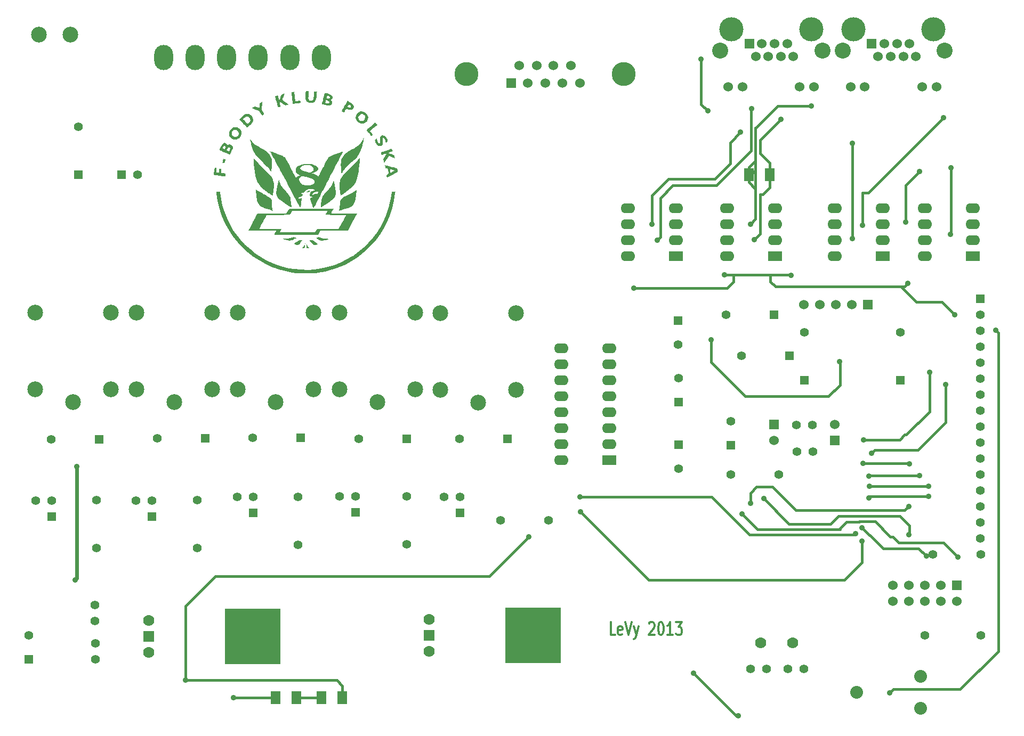
<source format=gtl>
G04 (created by PCBNEW (2013-07-07 BZR 4022)-stable) date 2013-08-19 14:48:15*
%MOIN*%
G04 Gerber Fmt 3.4, Leading zero omitted, Abs format*
%FSLAX34Y34*%
G01*
G70*
G90*
G04 APERTURE LIST*
%ADD10C,0.00393701*%
%ADD11C,0.012*%
%ADD12C,0.0001*%
%ADD13R,0.055X0.055*%
%ADD14C,0.055*%
%ADD15O,0.1181X0.1575*%
%ADD16C,0.15*%
%ADD17R,0.06X0.06*%
%ADD18C,0.06*%
%ADD19R,0.09X0.062*%
%ADD20O,0.09X0.062*%
%ADD21C,0.07*%
%ADD22R,0.35X0.35*%
%ADD23R,0.07X0.07*%
%ADD24C,0.0984*%
%ADD25C,0.1516*%
%ADD26C,0.1*%
%ADD27C,0.08*%
%ADD28R,0.06X0.08*%
%ADD29C,0.035*%
%ADD30C,0.0236*%
%ADD31C,0.0157*%
G04 APERTURE END LIST*
G54D10*
G54D11*
X67362Y-56209D02*
X67076Y-56209D01*
X67076Y-55409D01*
X67790Y-56171D02*
X67733Y-56209D01*
X67619Y-56209D01*
X67562Y-56171D01*
X67533Y-56095D01*
X67533Y-55790D01*
X67562Y-55714D01*
X67619Y-55676D01*
X67733Y-55676D01*
X67790Y-55714D01*
X67819Y-55790D01*
X67819Y-55866D01*
X67533Y-55943D01*
X67990Y-55409D02*
X68190Y-56209D01*
X68390Y-55409D01*
X68533Y-55676D02*
X68676Y-56209D01*
X68819Y-55676D02*
X68676Y-56209D01*
X68619Y-56400D01*
X68590Y-56438D01*
X68533Y-56476D01*
X69476Y-55486D02*
X69505Y-55447D01*
X69562Y-55409D01*
X69705Y-55409D01*
X69762Y-55447D01*
X69790Y-55486D01*
X69819Y-55562D01*
X69819Y-55638D01*
X69790Y-55752D01*
X69448Y-56209D01*
X69819Y-56209D01*
X70191Y-55409D02*
X70248Y-55409D01*
X70305Y-55447D01*
X70333Y-55486D01*
X70362Y-55562D01*
X70391Y-55714D01*
X70391Y-55905D01*
X70362Y-56057D01*
X70333Y-56133D01*
X70305Y-56171D01*
X70248Y-56209D01*
X70191Y-56209D01*
X70133Y-56171D01*
X70105Y-56133D01*
X70076Y-56057D01*
X70048Y-55905D01*
X70048Y-55714D01*
X70076Y-55562D01*
X70105Y-55486D01*
X70133Y-55447D01*
X70191Y-55409D01*
X70962Y-56209D02*
X70619Y-56209D01*
X70791Y-56209D02*
X70791Y-55409D01*
X70733Y-55524D01*
X70676Y-55600D01*
X70619Y-55638D01*
X71162Y-55409D02*
X71533Y-55409D01*
X71333Y-55714D01*
X71419Y-55714D01*
X71476Y-55752D01*
X71505Y-55790D01*
X71533Y-55866D01*
X71533Y-56057D01*
X71505Y-56133D01*
X71476Y-56171D01*
X71419Y-56209D01*
X71248Y-56209D01*
X71191Y-56171D01*
X71162Y-56133D01*
G54D12*
G36*
X53617Y-28457D02*
X53605Y-28562D01*
X53537Y-29016D01*
X53434Y-29459D01*
X53297Y-29888D01*
X53126Y-30303D01*
X52922Y-30705D01*
X52685Y-31091D01*
X52415Y-31462D01*
X52410Y-31468D01*
X52332Y-31561D01*
X52235Y-31670D01*
X52123Y-31790D01*
X52004Y-31913D01*
X51885Y-32033D01*
X51771Y-32143D01*
X51670Y-32235D01*
X51620Y-32278D01*
X51258Y-32557D01*
X50878Y-32803D01*
X50482Y-33018D01*
X50071Y-33200D01*
X49647Y-33348D01*
X49211Y-33463D01*
X48765Y-33542D01*
X48642Y-33558D01*
X48535Y-33567D01*
X48401Y-33574D01*
X48248Y-33579D01*
X48084Y-33582D01*
X47918Y-33582D01*
X47759Y-33581D01*
X47615Y-33576D01*
X47493Y-33570D01*
X47440Y-33565D01*
X47171Y-33529D01*
X46889Y-33476D01*
X46606Y-33411D01*
X46331Y-33333D01*
X46076Y-33248D01*
X45932Y-33193D01*
X45510Y-32999D01*
X45111Y-32777D01*
X44733Y-32527D01*
X44379Y-32250D01*
X44049Y-31946D01*
X43744Y-31618D01*
X43466Y-31265D01*
X43215Y-30889D01*
X42993Y-30490D01*
X42962Y-30428D01*
X42797Y-30060D01*
X42661Y-29680D01*
X42551Y-29286D01*
X42468Y-28871D01*
X42421Y-28544D01*
X42411Y-28457D01*
X42529Y-28457D01*
X42589Y-28459D01*
X42632Y-28464D01*
X42647Y-28471D01*
X42650Y-28509D01*
X42659Y-28576D01*
X42673Y-28664D01*
X42689Y-28764D01*
X42707Y-28872D01*
X42726Y-28977D01*
X42744Y-29073D01*
X42760Y-29153D01*
X42765Y-29172D01*
X42857Y-29519D01*
X42977Y-29869D01*
X43122Y-30213D01*
X43287Y-30545D01*
X43469Y-30855D01*
X43559Y-30989D01*
X43687Y-31169D01*
X43807Y-31326D01*
X43925Y-31470D01*
X44049Y-31608D01*
X44188Y-31752D01*
X44224Y-31788D01*
X44540Y-32080D01*
X44870Y-32339D01*
X45218Y-32569D01*
X45558Y-32759D01*
X45907Y-32923D01*
X46248Y-33059D01*
X46590Y-33167D01*
X46941Y-33250D01*
X47307Y-33309D01*
X47696Y-33347D01*
X47717Y-33348D01*
X48130Y-33357D01*
X48546Y-33332D01*
X48962Y-33273D01*
X49375Y-33181D01*
X49781Y-33056D01*
X50177Y-32900D01*
X50559Y-32714D01*
X50923Y-32499D01*
X50941Y-32488D01*
X51290Y-32239D01*
X51622Y-31960D01*
X51933Y-31655D01*
X52219Y-31329D01*
X52450Y-31021D01*
X52678Y-30660D01*
X52878Y-30279D01*
X53047Y-29882D01*
X53185Y-29471D01*
X53289Y-29049D01*
X53344Y-28736D01*
X53384Y-28457D01*
X53500Y-28457D01*
X53617Y-28457D01*
X53617Y-28457D01*
X53617Y-28457D01*
G37*
G36*
X47974Y-31678D02*
X47964Y-31806D01*
X47957Y-31891D01*
X47949Y-31946D01*
X47936Y-31978D01*
X47916Y-31993D01*
X47884Y-31997D01*
X47865Y-31998D01*
X47819Y-31995D01*
X47795Y-31990D01*
X47793Y-31988D01*
X47805Y-31970D01*
X47835Y-31937D01*
X47855Y-31915D01*
X47900Y-31857D01*
X47938Y-31788D01*
X47946Y-31765D01*
X47974Y-31678D01*
X47974Y-31678D01*
X47974Y-31678D01*
G37*
G36*
X48214Y-31986D02*
X48184Y-31995D01*
X48137Y-31998D01*
X48067Y-31998D01*
X48068Y-31856D01*
X48071Y-31715D01*
X48097Y-31800D01*
X48126Y-31868D01*
X48168Y-31923D01*
X48176Y-31931D01*
X48211Y-31965D01*
X48214Y-31986D01*
X48214Y-31986D01*
X48214Y-31986D01*
G37*
G36*
X47775Y-31515D02*
X47764Y-31538D01*
X47736Y-31581D01*
X47698Y-31634D01*
X47655Y-31689D01*
X47615Y-31737D01*
X47584Y-31770D01*
X47574Y-31779D01*
X47513Y-31794D01*
X47433Y-31790D01*
X47344Y-31768D01*
X47341Y-31767D01*
X47295Y-31747D01*
X47268Y-31732D01*
X47264Y-31727D01*
X47278Y-31711D01*
X47315Y-31686D01*
X47339Y-31672D01*
X47399Y-31634D01*
X47467Y-31588D01*
X47496Y-31567D01*
X47552Y-31529D01*
X47601Y-31510D01*
X47662Y-31505D01*
X47676Y-31505D01*
X47730Y-31507D01*
X47766Y-31511D01*
X47775Y-31515D01*
X47775Y-31515D01*
X47775Y-31515D01*
G37*
G36*
X48774Y-31733D02*
X48767Y-31745D01*
X48733Y-31761D01*
X48654Y-31784D01*
X48575Y-31792D01*
X48508Y-31785D01*
X48474Y-31770D01*
X48447Y-31745D01*
X48408Y-31702D01*
X48364Y-31650D01*
X48322Y-31597D01*
X48288Y-31551D01*
X48269Y-31521D01*
X48268Y-31515D01*
X48284Y-31508D01*
X48324Y-31504D01*
X48378Y-31506D01*
X48432Y-31511D01*
X48477Y-31520D01*
X48492Y-31526D01*
X48527Y-31548D01*
X48579Y-31585D01*
X48626Y-31622D01*
X48680Y-31664D01*
X48727Y-31699D01*
X48753Y-31717D01*
X48774Y-31733D01*
X48774Y-31733D01*
X48774Y-31733D01*
G37*
G36*
X47474Y-31375D02*
X47422Y-31376D01*
X47380Y-31386D01*
X47321Y-31411D01*
X47259Y-31445D01*
X47194Y-31483D01*
X47141Y-31504D01*
X47082Y-31514D01*
X47019Y-31517D01*
X46948Y-31517D01*
X46888Y-31515D01*
X46850Y-31511D01*
X46814Y-31500D01*
X46757Y-31480D01*
X46688Y-31454D01*
X46677Y-31450D01*
X46543Y-31398D01*
X46745Y-31396D01*
X46847Y-31394D01*
X46924Y-31388D01*
X46991Y-31376D01*
X47059Y-31356D01*
X47081Y-31349D01*
X47182Y-31320D01*
X47270Y-31315D01*
X47361Y-31332D01*
X47428Y-31357D01*
X47474Y-31375D01*
X47474Y-31375D01*
X47474Y-31375D01*
G37*
G36*
X49481Y-31421D02*
X49344Y-31464D01*
X49249Y-31490D01*
X49147Y-31508D01*
X49048Y-31517D01*
X48963Y-31516D01*
X48906Y-31507D01*
X48866Y-31489D01*
X48809Y-31458D01*
X48770Y-31434D01*
X48713Y-31402D01*
X48660Y-31382D01*
X48633Y-31376D01*
X48603Y-31375D01*
X48604Y-31369D01*
X48636Y-31354D01*
X48642Y-31352D01*
X48736Y-31321D01*
X48828Y-31314D01*
X48929Y-31333D01*
X48983Y-31350D01*
X49125Y-31388D01*
X49290Y-31408D01*
X49299Y-31409D01*
X49481Y-31421D01*
X49481Y-31421D01*
X49481Y-31421D01*
G37*
G36*
X51220Y-29835D02*
X50930Y-30365D01*
X50642Y-30893D01*
X50530Y-30894D01*
X50530Y-29928D01*
X50513Y-29925D01*
X50462Y-29923D01*
X50385Y-29921D01*
X50282Y-29919D01*
X50160Y-29918D01*
X50021Y-29917D01*
X49883Y-29917D01*
X49733Y-29917D01*
X49595Y-29916D01*
X49474Y-29915D01*
X49374Y-29913D01*
X49297Y-29912D01*
X49250Y-29910D01*
X49234Y-29908D01*
X49243Y-29888D01*
X49266Y-29849D01*
X49277Y-29830D01*
X49309Y-29777D01*
X49337Y-29731D01*
X49342Y-29721D01*
X49364Y-29680D01*
X48253Y-29680D01*
X47143Y-29680D01*
X47080Y-29794D01*
X47017Y-29908D01*
X46289Y-29917D01*
X45562Y-29927D01*
X45509Y-30027D01*
X45483Y-30074D01*
X45445Y-30148D01*
X45395Y-30239D01*
X45341Y-30341D01*
X45284Y-30447D01*
X45283Y-30448D01*
X45230Y-30547D01*
X45184Y-30634D01*
X45147Y-30706D01*
X45122Y-30756D01*
X45111Y-30780D01*
X45111Y-30781D01*
X45128Y-30784D01*
X45178Y-30787D01*
X45257Y-30789D01*
X45360Y-30790D01*
X45483Y-30792D01*
X45624Y-30793D01*
X45777Y-30793D01*
X45795Y-30793D01*
X45949Y-30793D01*
X46091Y-30794D01*
X46216Y-30796D01*
X46322Y-30798D01*
X46404Y-30800D01*
X46457Y-30804D01*
X46479Y-30806D01*
X46479Y-30807D01*
X46470Y-30829D01*
X46447Y-30870D01*
X46434Y-30893D01*
X46407Y-30939D01*
X46391Y-30972D01*
X46388Y-30980D01*
X46406Y-30983D01*
X46457Y-30985D01*
X46538Y-30987D01*
X46647Y-30989D01*
X46779Y-30991D01*
X46932Y-30992D01*
X47102Y-30993D01*
X47287Y-30994D01*
X47484Y-30994D01*
X47490Y-30994D01*
X48593Y-30994D01*
X48651Y-30893D01*
X48708Y-30793D01*
X49388Y-30793D01*
X50067Y-30793D01*
X50229Y-30496D01*
X50310Y-30345D01*
X50376Y-30224D01*
X50428Y-30127D01*
X50467Y-30055D01*
X50496Y-30001D01*
X50514Y-29965D01*
X50525Y-29942D01*
X50530Y-29930D01*
X50530Y-29928D01*
X50530Y-30894D01*
X49789Y-30903D01*
X48936Y-30912D01*
X48862Y-31035D01*
X48788Y-31158D01*
X47414Y-31158D01*
X47194Y-31158D01*
X46985Y-31158D01*
X46789Y-31157D01*
X46610Y-31156D01*
X46451Y-31155D01*
X46313Y-31154D01*
X46201Y-31153D01*
X46116Y-31152D01*
X46062Y-31150D01*
X46041Y-31148D01*
X46049Y-31128D01*
X46069Y-31086D01*
X46096Y-31030D01*
X46124Y-30974D01*
X46144Y-30931D01*
X46151Y-30912D01*
X46133Y-30910D01*
X46082Y-30909D01*
X46002Y-30907D01*
X45897Y-30905D01*
X45768Y-30904D01*
X45621Y-30903D01*
X45459Y-30903D01*
X45285Y-30903D01*
X45283Y-30903D01*
X44416Y-30903D01*
X44510Y-30725D01*
X44549Y-30651D01*
X44583Y-30588D01*
X44607Y-30545D01*
X44617Y-30529D01*
X44630Y-30506D01*
X44657Y-30458D01*
X44693Y-30391D01*
X44735Y-30311D01*
X44745Y-30291D01*
X44796Y-30196D01*
X44848Y-30100D01*
X44895Y-30014D01*
X44932Y-29949D01*
X45003Y-29826D01*
X45903Y-29826D01*
X46804Y-29826D01*
X46891Y-29671D01*
X46978Y-29516D01*
X48364Y-29516D01*
X49748Y-29516D01*
X49689Y-29621D01*
X49654Y-29681D01*
X49623Y-29733D01*
X49606Y-29762D01*
X49586Y-29795D01*
X49582Y-29812D01*
X49599Y-29814D01*
X49649Y-29818D01*
X49729Y-29820D01*
X49834Y-29823D01*
X49961Y-29826D01*
X50107Y-29827D01*
X50267Y-29829D01*
X50401Y-29830D01*
X51220Y-29835D01*
X51220Y-29835D01*
X51220Y-29835D01*
G37*
G36*
X45943Y-29673D02*
X45927Y-29666D01*
X45889Y-29647D01*
X45859Y-29632D01*
X45806Y-29610D01*
X45731Y-29582D01*
X45642Y-29553D01*
X45576Y-29533D01*
X45426Y-29486D01*
X45308Y-29440D01*
X45215Y-29391D01*
X45141Y-29335D01*
X45083Y-29270D01*
X45045Y-29214D01*
X45011Y-29150D01*
X44984Y-29084D01*
X44963Y-29009D01*
X44945Y-28918D01*
X44930Y-28804D01*
X44918Y-28688D01*
X44909Y-28584D01*
X44899Y-28489D01*
X44891Y-28411D01*
X44884Y-28357D01*
X44882Y-28340D01*
X44873Y-28286D01*
X44914Y-28324D01*
X44999Y-28391D01*
X45112Y-28468D01*
X45246Y-28549D01*
X45396Y-28632D01*
X45430Y-28649D01*
X45546Y-28710D01*
X45634Y-28757D01*
X45700Y-28794D01*
X45748Y-28825D01*
X45783Y-28851D01*
X45810Y-28878D01*
X45834Y-28908D01*
X45842Y-28919D01*
X45864Y-28951D01*
X45880Y-28981D01*
X45889Y-29016D01*
X45893Y-29064D01*
X45895Y-29134D01*
X45896Y-29213D01*
X45898Y-29313D01*
X45904Y-29414D01*
X45913Y-29501D01*
X45921Y-29552D01*
X45933Y-29612D01*
X45941Y-29656D01*
X45943Y-29673D01*
X45943Y-29673D01*
X45943Y-29673D01*
G37*
G36*
X51196Y-28371D02*
X51192Y-28422D01*
X51183Y-28495D01*
X51172Y-28584D01*
X51158Y-28682D01*
X51143Y-28782D01*
X51127Y-28878D01*
X51112Y-28963D01*
X51100Y-29030D01*
X51089Y-29073D01*
X51088Y-29077D01*
X51026Y-29213D01*
X50949Y-29321D01*
X50851Y-29404D01*
X50780Y-29445D01*
X50735Y-29464D01*
X50663Y-29488D01*
X50575Y-29514D01*
X50479Y-29540D01*
X50465Y-29544D01*
X50368Y-29570D01*
X50277Y-29596D01*
X50201Y-29622D01*
X50150Y-29642D01*
X50146Y-29644D01*
X50100Y-29667D01*
X50080Y-29672D01*
X50078Y-29662D01*
X50082Y-29650D01*
X50103Y-29594D01*
X50118Y-29538D01*
X50128Y-29472D01*
X50137Y-29388D01*
X50143Y-29278D01*
X50144Y-29257D01*
X50150Y-29156D01*
X50155Y-29084D01*
X50162Y-29033D01*
X50173Y-28995D01*
X50188Y-28964D01*
X50210Y-28931D01*
X50212Y-28928D01*
X50244Y-28890D01*
X50286Y-28853D01*
X50343Y-28815D01*
X50420Y-28773D01*
X50521Y-28724D01*
X50651Y-28666D01*
X50664Y-28660D01*
X50791Y-28599D01*
X50921Y-28529D01*
X51038Y-28456D01*
X51119Y-28398D01*
X51161Y-28367D01*
X51189Y-28351D01*
X51195Y-28350D01*
X51196Y-28371D01*
X51196Y-28371D01*
X51196Y-28371D01*
G37*
G36*
X50339Y-25939D02*
X50335Y-25954D01*
X50316Y-25996D01*
X50286Y-26058D01*
X50247Y-26135D01*
X50232Y-26163D01*
X50133Y-26352D01*
X50043Y-26525D01*
X49957Y-26690D01*
X49871Y-26858D01*
X49778Y-27038D01*
X49682Y-27225D01*
X49623Y-27340D01*
X49570Y-27443D01*
X49523Y-27533D01*
X49487Y-27602D01*
X49463Y-27647D01*
X49453Y-27663D01*
X49442Y-27684D01*
X49416Y-27732D01*
X49378Y-27805D01*
X49330Y-27899D01*
X49273Y-28008D01*
X49211Y-28130D01*
X49179Y-28193D01*
X49109Y-28330D01*
X49038Y-28468D01*
X48970Y-28598D01*
X48909Y-28717D01*
X48857Y-28817D01*
X48849Y-28833D01*
X48849Y-28377D01*
X48843Y-28372D01*
X48820Y-28392D01*
X48793Y-28416D01*
X48741Y-28457D01*
X48689Y-28474D01*
X48662Y-28476D01*
X48597Y-28484D01*
X48535Y-28503D01*
X48533Y-28504D01*
X48495Y-28526D01*
X48465Y-28559D01*
X48434Y-28611D01*
X48417Y-28644D01*
X48422Y-28657D01*
X48449Y-28654D01*
X48488Y-28639D01*
X48527Y-28625D01*
X48585Y-28611D01*
X48627Y-28603D01*
X48707Y-28584D01*
X48763Y-28555D01*
X48801Y-28506D01*
X48833Y-28432D01*
X48842Y-28402D01*
X48849Y-28377D01*
X48849Y-28833D01*
X48818Y-28892D01*
X48812Y-28904D01*
X48758Y-29007D01*
X48699Y-29121D01*
X48642Y-29231D01*
X48610Y-29292D01*
X48572Y-29366D01*
X48539Y-29426D01*
X48515Y-29466D01*
X48505Y-29479D01*
X48490Y-29465D01*
X48465Y-29431D01*
X48456Y-29418D01*
X48435Y-29376D01*
X48407Y-29309D01*
X48376Y-29226D01*
X48349Y-29145D01*
X48316Y-29036D01*
X48297Y-28957D01*
X48292Y-28901D01*
X48303Y-28864D01*
X48328Y-28842D01*
X48368Y-28830D01*
X48410Y-28819D01*
X48431Y-28806D01*
X48432Y-28804D01*
X48416Y-28785D01*
X48378Y-28771D01*
X48342Y-28768D01*
X48299Y-28752D01*
X48265Y-28712D01*
X48249Y-28663D01*
X48249Y-28659D01*
X48258Y-28620D01*
X48280Y-28566D01*
X48299Y-28528D01*
X48332Y-28476D01*
X48363Y-28445D01*
X48407Y-28423D01*
X48455Y-28409D01*
X48512Y-28391D01*
X48555Y-28374D01*
X48569Y-28364D01*
X48567Y-28342D01*
X48559Y-28338D01*
X48559Y-27847D01*
X48552Y-27779D01*
X48527Y-27730D01*
X48477Y-27689D01*
X48431Y-27663D01*
X48346Y-27623D01*
X48259Y-27591D01*
X48160Y-27562D01*
X48038Y-27534D01*
X48003Y-27527D01*
X47898Y-27506D01*
X47821Y-27494D01*
X47766Y-27493D01*
X47725Y-27501D01*
X47691Y-27520D01*
X47657Y-27550D01*
X47655Y-27552D01*
X47614Y-27599D01*
X47595Y-27645D01*
X47592Y-27692D01*
X47610Y-27786D01*
X47657Y-27876D01*
X47730Y-27956D01*
X47821Y-28019D01*
X47891Y-28048D01*
X47970Y-28064D01*
X48071Y-28071D01*
X48178Y-28071D01*
X48280Y-28061D01*
X48354Y-28047D01*
X48448Y-28007D01*
X48516Y-27952D01*
X48553Y-27888D01*
X48559Y-27847D01*
X48559Y-28338D01*
X48534Y-28323D01*
X48480Y-28306D01*
X48412Y-28293D01*
X48336Y-28285D01*
X48261Y-28285D01*
X48193Y-28292D01*
X48168Y-28298D01*
X48112Y-28324D01*
X48047Y-28369D01*
X48005Y-28406D01*
X47949Y-28457D01*
X47900Y-28491D01*
X47843Y-28516D01*
X47767Y-28542D01*
X47725Y-28561D01*
X47707Y-28583D01*
X47715Y-28599D01*
X47741Y-28603D01*
X47796Y-28611D01*
X47819Y-28635D01*
X47812Y-28676D01*
X47805Y-28688D01*
X47773Y-28733D01*
X47726Y-28766D01*
X47654Y-28793D01*
X47614Y-28804D01*
X47565Y-28820D01*
X47543Y-28838D01*
X47541Y-28865D01*
X47551Y-28891D01*
X47577Y-28900D01*
X47610Y-28899D01*
X47668Y-28887D01*
X47718Y-28865D01*
X47762Y-28836D01*
X47750Y-28979D01*
X47739Y-29088D01*
X47726Y-29193D01*
X47711Y-29288D01*
X47697Y-29366D01*
X47682Y-29421D01*
X47672Y-29444D01*
X47664Y-29439D01*
X47650Y-29420D01*
X47626Y-29384D01*
X47593Y-29329D01*
X47551Y-29254D01*
X47498Y-29160D01*
X47434Y-29043D01*
X47358Y-28903D01*
X47269Y-28739D01*
X47168Y-28549D01*
X47052Y-28332D01*
X46922Y-28088D01*
X46777Y-27814D01*
X46616Y-27510D01*
X46528Y-27344D01*
X46483Y-27258D01*
X46433Y-27164D01*
X46388Y-27080D01*
X46388Y-27080D01*
X46346Y-27002D01*
X46296Y-26909D01*
X46248Y-26818D01*
X46237Y-26797D01*
X46137Y-26606D01*
X46047Y-26437D01*
X45970Y-26290D01*
X45904Y-26167D01*
X45853Y-26071D01*
X45816Y-26004D01*
X45795Y-25966D01*
X45792Y-25962D01*
X45767Y-25921D01*
X45863Y-25959D01*
X45916Y-25979D01*
X45994Y-26009D01*
X46087Y-26044D01*
X46185Y-26080D01*
X46205Y-26088D01*
X46309Y-26127D01*
X46414Y-26169D01*
X46508Y-26209D01*
X46582Y-26243D01*
X46588Y-26246D01*
X46659Y-26283D01*
X46706Y-26315D01*
X46738Y-26348D01*
X46767Y-26394D01*
X46772Y-26404D01*
X46801Y-26459D01*
X46841Y-26537D01*
X46890Y-26633D01*
X46947Y-26743D01*
X47007Y-26860D01*
X47069Y-26980D01*
X47129Y-27098D01*
X47186Y-27209D01*
X47236Y-27307D01*
X47277Y-27388D01*
X47307Y-27446D01*
X47322Y-27475D01*
X47351Y-27529D01*
X47379Y-27552D01*
X47414Y-27550D01*
X47460Y-27529D01*
X47523Y-27501D01*
X47595Y-27476D01*
X47611Y-27471D01*
X47693Y-27449D01*
X47630Y-27423D01*
X47529Y-27367D01*
X47451Y-27296D01*
X47399Y-27216D01*
X47375Y-27131D01*
X47380Y-27048D01*
X47419Y-26969D01*
X47420Y-26967D01*
X47505Y-26882D01*
X47616Y-26817D01*
X47755Y-26769D01*
X47924Y-26740D01*
X48041Y-26730D01*
X48215Y-26729D01*
X48376Y-26748D01*
X48518Y-26784D01*
X48638Y-26837D01*
X48729Y-26904D01*
X48750Y-26927D01*
X48786Y-26992D01*
X48786Y-27059D01*
X48749Y-27125D01*
X48738Y-27138D01*
X48700Y-27170D01*
X48642Y-27206D01*
X48575Y-27242D01*
X48512Y-27271D01*
X48505Y-27273D01*
X48505Y-27070D01*
X48491Y-27010D01*
X48454Y-26944D01*
X48411Y-26893D01*
X48335Y-26842D01*
X48242Y-26808D01*
X48137Y-26789D01*
X48028Y-26786D01*
X47923Y-26798D01*
X47828Y-26824D01*
X47750Y-26865D01*
X47696Y-26918D01*
X47684Y-26941D01*
X47672Y-26991D01*
X47674Y-27032D01*
X47708Y-27082D01*
X47776Y-27129D01*
X47876Y-27172D01*
X48005Y-27210D01*
X48112Y-27234D01*
X48215Y-27251D01*
X48292Y-27254D01*
X48350Y-27242D01*
X48400Y-27214D01*
X48446Y-27171D01*
X48481Y-27125D01*
X48502Y-27084D01*
X48505Y-27070D01*
X48505Y-27273D01*
X48463Y-27287D01*
X48448Y-27290D01*
X48414Y-27298D01*
X48405Y-27308D01*
X48410Y-27322D01*
X48431Y-27326D01*
X48481Y-27335D01*
X48549Y-27359D01*
X48622Y-27391D01*
X48690Y-27427D01*
X48740Y-27461D01*
X48746Y-27466D01*
X48780Y-27495D01*
X48800Y-27507D01*
X48803Y-27507D01*
X48813Y-27489D01*
X48838Y-27441D01*
X48877Y-27366D01*
X48928Y-27267D01*
X48990Y-27146D01*
X49062Y-27006D01*
X49142Y-26850D01*
X49228Y-26680D01*
X49320Y-26500D01*
X49332Y-26476D01*
X49374Y-26398D01*
X49406Y-26345D01*
X49436Y-26310D01*
X49470Y-26285D01*
X49496Y-26271D01*
X49602Y-26222D01*
X49732Y-26167D01*
X49877Y-26110D01*
X50020Y-26058D01*
X50102Y-26029D01*
X50179Y-26000D01*
X50240Y-25977D01*
X50260Y-25968D01*
X50306Y-25950D01*
X50335Y-25940D01*
X50339Y-25939D01*
X50339Y-25939D01*
X50339Y-25939D01*
G37*
G36*
X49891Y-28533D02*
X49883Y-28640D01*
X49856Y-28736D01*
X49808Y-28826D01*
X49735Y-28914D01*
X49634Y-29005D01*
X49503Y-29102D01*
X49445Y-29140D01*
X49357Y-29197D01*
X49266Y-29255D01*
X49178Y-29311D01*
X49097Y-29361D01*
X49029Y-29402D01*
X48980Y-29430D01*
X48956Y-29443D01*
X48955Y-29443D01*
X48952Y-29426D01*
X48953Y-29384D01*
X48955Y-29347D01*
X48967Y-29205D01*
X48977Y-29093D01*
X48986Y-29007D01*
X48996Y-28941D01*
X49008Y-28888D01*
X49022Y-28843D01*
X49040Y-28800D01*
X49054Y-28770D01*
X49093Y-28702D01*
X49147Y-28628D01*
X49222Y-28542D01*
X49308Y-28450D01*
X49381Y-28375D01*
X49447Y-28304D01*
X49502Y-28246D01*
X49540Y-28204D01*
X49550Y-28193D01*
X49597Y-28123D01*
X49646Y-28033D01*
X49688Y-27939D01*
X49708Y-27882D01*
X49728Y-27818D01*
X49740Y-27782D01*
X49747Y-27766D01*
X49752Y-27764D01*
X49754Y-27766D01*
X49763Y-27790D01*
X49777Y-27844D01*
X49794Y-27920D01*
X49812Y-28012D01*
X49831Y-28114D01*
X49849Y-28219D01*
X49866Y-28319D01*
X49879Y-28409D01*
X49888Y-28482D01*
X49891Y-28531D01*
X49891Y-28533D01*
X49891Y-28533D01*
X49891Y-28533D01*
G37*
G36*
X47107Y-29400D02*
X47096Y-29422D01*
X47093Y-29423D01*
X47069Y-29413D01*
X47022Y-29388D01*
X46961Y-29353D01*
X46929Y-29334D01*
X46755Y-29225D01*
X46609Y-29129D01*
X46490Y-29046D01*
X46395Y-28970D01*
X46320Y-28900D01*
X46264Y-28833D01*
X46222Y-28765D01*
X46193Y-28695D01*
X46173Y-28620D01*
X46168Y-28597D01*
X46163Y-28546D01*
X46165Y-28481D01*
X46174Y-28399D01*
X46192Y-28295D01*
X46219Y-28166D01*
X46255Y-28008D01*
X46283Y-27895D01*
X46305Y-27815D01*
X46324Y-27763D01*
X46339Y-27740D01*
X46348Y-27749D01*
X46352Y-27786D01*
X46360Y-27832D01*
X46384Y-27899D01*
X46419Y-27979D01*
X46460Y-28060D01*
X46504Y-28133D01*
X46507Y-28136D01*
X46549Y-28193D01*
X46609Y-28264D01*
X46677Y-28337D01*
X46719Y-28379D01*
X46787Y-28450D01*
X46854Y-28523D01*
X46908Y-28589D01*
X46932Y-28621D01*
X46969Y-28678D01*
X46998Y-28729D01*
X47022Y-28780D01*
X47041Y-28836D01*
X47056Y-28902D01*
X47069Y-28984D01*
X47082Y-29088D01*
X47095Y-29218D01*
X47107Y-29347D01*
X47107Y-29400D01*
X47107Y-29400D01*
X47107Y-29400D01*
G37*
G36*
X46018Y-28060D02*
X46013Y-28198D01*
X45996Y-28361D01*
X45988Y-28421D01*
X45974Y-28515D01*
X45963Y-28596D01*
X45955Y-28658D01*
X45950Y-28693D01*
X45950Y-28699D01*
X45947Y-28709D01*
X45935Y-28709D01*
X45911Y-28698D01*
X45870Y-28675D01*
X45808Y-28635D01*
X45722Y-28578D01*
X45685Y-28553D01*
X45538Y-28447D01*
X45399Y-28335D01*
X45272Y-28220D01*
X45161Y-28107D01*
X45073Y-28001D01*
X45012Y-27907D01*
X45004Y-27892D01*
X44953Y-27764D01*
X44905Y-27605D01*
X44862Y-27420D01*
X44824Y-27212D01*
X44793Y-26986D01*
X44768Y-26749D01*
X44765Y-26697D01*
X44755Y-26569D01*
X44748Y-26475D01*
X44748Y-26414D01*
X44754Y-26383D01*
X44770Y-26379D01*
X44798Y-26401D01*
X44839Y-26446D01*
X44896Y-26513D01*
X44916Y-26536D01*
X44978Y-26605D01*
X45061Y-26693D01*
X45158Y-26794D01*
X45262Y-26901D01*
X45370Y-27007D01*
X45434Y-27071D01*
X45556Y-27190D01*
X45655Y-27289D01*
X45734Y-27372D01*
X45795Y-27443D01*
X45844Y-27507D01*
X45882Y-27568D01*
X45914Y-27629D01*
X45943Y-27696D01*
X45954Y-27722D01*
X45989Y-27829D01*
X46010Y-27939D01*
X46018Y-28060D01*
X46018Y-28060D01*
X46018Y-28060D01*
G37*
G36*
X51385Y-26459D02*
X51382Y-26541D01*
X51374Y-26644D01*
X51364Y-26763D01*
X51352Y-26889D01*
X51338Y-27015D01*
X51324Y-27135D01*
X51309Y-27240D01*
X51295Y-27324D01*
X51295Y-27326D01*
X51265Y-27466D01*
X51231Y-27600D01*
X51195Y-27720D01*
X51160Y-27819D01*
X51128Y-27889D01*
X51045Y-28010D01*
X50933Y-28139D01*
X50795Y-28273D01*
X50635Y-28407D01*
X50459Y-28537D01*
X50309Y-28635D01*
X50188Y-28711D01*
X50154Y-28470D01*
X50132Y-28272D01*
X50123Y-28097D01*
X50126Y-27948D01*
X50143Y-27827D01*
X50155Y-27782D01*
X50201Y-27659D01*
X50255Y-27551D01*
X50322Y-27450D01*
X50409Y-27348D01*
X50521Y-27235D01*
X50691Y-27072D01*
X50849Y-26916D01*
X50991Y-26771D01*
X51114Y-26641D01*
X51215Y-26529D01*
X51251Y-26488D01*
X51379Y-26336D01*
X51385Y-26405D01*
X51385Y-26459D01*
X51385Y-26459D01*
X51385Y-26459D01*
G37*
G36*
X48283Y-28415D02*
X48274Y-28438D01*
X48230Y-28464D01*
X48222Y-28468D01*
X48170Y-28484D01*
X48119Y-28493D01*
X48078Y-28492D01*
X48057Y-28484D01*
X48059Y-28474D01*
X48086Y-28450D01*
X48135Y-28425D01*
X48189Y-28405D01*
X48236Y-28394D01*
X48257Y-28395D01*
X48283Y-28415D01*
X48283Y-28415D01*
X48283Y-28415D01*
G37*
G36*
X53756Y-27177D02*
X53754Y-27194D01*
X53742Y-27211D01*
X53716Y-27232D01*
X53674Y-27261D01*
X53610Y-27298D01*
X53548Y-27334D01*
X53548Y-27136D01*
X53535Y-27126D01*
X53523Y-27121D01*
X53475Y-27107D01*
X53416Y-27092D01*
X53358Y-27080D01*
X53311Y-27072D01*
X53287Y-27072D01*
X53286Y-27073D01*
X53281Y-27094D01*
X53284Y-27135D01*
X53291Y-27186D01*
X53301Y-27232D01*
X53312Y-27262D01*
X53318Y-27268D01*
X53340Y-27257D01*
X53385Y-27234D01*
X53443Y-27204D01*
X53450Y-27200D01*
X53509Y-27169D01*
X53541Y-27148D01*
X53548Y-27136D01*
X53548Y-27334D01*
X53521Y-27349D01*
X53454Y-27388D01*
X53338Y-27453D01*
X53248Y-27503D01*
X53183Y-27539D01*
X53138Y-27561D01*
X53109Y-27571D01*
X53092Y-27573D01*
X53084Y-27566D01*
X53080Y-27552D01*
X53078Y-27542D01*
X53067Y-27489D01*
X53059Y-27453D01*
X53057Y-27421D01*
X53074Y-27398D01*
X53116Y-27376D01*
X53123Y-27373D01*
X53170Y-27346D01*
X53189Y-27322D01*
X53188Y-27317D01*
X53182Y-27288D01*
X53174Y-27234D01*
X53166Y-27166D01*
X53166Y-27163D01*
X53154Y-27083D01*
X53136Y-27033D01*
X53107Y-27007D01*
X53061Y-26998D01*
X53051Y-26998D01*
X53022Y-26994D01*
X53004Y-26977D01*
X52992Y-26939D01*
X52982Y-26888D01*
X52970Y-26810D01*
X53023Y-26819D01*
X53062Y-26828D01*
X53129Y-26844D01*
X53215Y-26867D01*
X53312Y-26893D01*
X53411Y-26920D01*
X53507Y-26947D01*
X53589Y-26970D01*
X53651Y-26990D01*
X53655Y-26991D01*
X53709Y-27011D01*
X53735Y-27033D01*
X53742Y-27061D01*
X53745Y-27110D01*
X53753Y-27158D01*
X53756Y-27177D01*
X53756Y-27177D01*
X53756Y-27177D01*
G37*
G36*
X42996Y-27332D02*
X42984Y-27407D01*
X42974Y-27457D01*
X42965Y-27490D01*
X42963Y-27495D01*
X42959Y-27500D01*
X42951Y-27504D01*
X42934Y-27505D01*
X42905Y-27503D01*
X42858Y-27498D01*
X42788Y-27489D01*
X42691Y-27476D01*
X42574Y-27459D01*
X42471Y-27445D01*
X42381Y-27432D01*
X42310Y-27421D01*
X42265Y-27413D01*
X42251Y-27410D01*
X42250Y-27390D01*
X42255Y-27343D01*
X42263Y-27277D01*
X42274Y-27201D01*
X42286Y-27123D01*
X42297Y-27051D01*
X42307Y-26995D01*
X42315Y-26962D01*
X42316Y-26958D01*
X42341Y-26952D01*
X42379Y-26956D01*
X42431Y-26966D01*
X42419Y-27107D01*
X42406Y-27248D01*
X42472Y-27261D01*
X42530Y-27267D01*
X42562Y-27254D01*
X42574Y-27218D01*
X42574Y-27202D01*
X42578Y-27149D01*
X42585Y-27089D01*
X42586Y-27084D01*
X42596Y-27039D01*
X42615Y-27020D01*
X42654Y-27016D01*
X42660Y-27016D01*
X42723Y-27016D01*
X42717Y-27157D01*
X42711Y-27299D01*
X42853Y-27315D01*
X42996Y-27332D01*
X42996Y-27332D01*
X42996Y-27332D01*
G37*
G36*
X51643Y-25102D02*
X51639Y-25151D01*
X51628Y-25225D01*
X51612Y-25318D01*
X51592Y-25419D01*
X51571Y-25521D01*
X51549Y-25614D01*
X51529Y-25689D01*
X51522Y-25711D01*
X51437Y-25929D01*
X51332Y-26126D01*
X51210Y-26298D01*
X51093Y-26423D01*
X51042Y-26469D01*
X50970Y-26531D01*
X50889Y-26601D01*
X50805Y-26673D01*
X50788Y-26687D01*
X50599Y-26859D01*
X50444Y-27031D01*
X50326Y-27201D01*
X50312Y-27223D01*
X50282Y-27276D01*
X50259Y-27313D01*
X50249Y-27326D01*
X50245Y-27309D01*
X50239Y-27263D01*
X50230Y-27194D01*
X50220Y-27111D01*
X50220Y-27109D01*
X50207Y-26940D01*
X50204Y-26778D01*
X50211Y-26632D01*
X50228Y-26508D01*
X50254Y-26414D01*
X50310Y-26302D01*
X50390Y-26186D01*
X50485Y-26080D01*
X50540Y-26031D01*
X50591Y-25994D01*
X50667Y-25947D01*
X50755Y-25897D01*
X50849Y-25849D01*
X50859Y-25844D01*
X51024Y-25760D01*
X51159Y-25679D01*
X51271Y-25598D01*
X51365Y-25509D01*
X51448Y-25409D01*
X51524Y-25292D01*
X51573Y-25204D01*
X51604Y-25148D01*
X51628Y-25111D01*
X51642Y-25099D01*
X51643Y-25102D01*
X51643Y-25102D01*
X51643Y-25102D01*
G37*
G36*
X45892Y-26618D02*
X45891Y-26818D01*
X45874Y-27011D01*
X45864Y-27089D01*
X45854Y-27150D01*
X45846Y-27189D01*
X45841Y-27198D01*
X45827Y-27184D01*
X45801Y-27146D01*
X45768Y-27094D01*
X45732Y-27042D01*
X45676Y-26974D01*
X45598Y-26888D01*
X45497Y-26783D01*
X45371Y-26657D01*
X45220Y-26509D01*
X45073Y-26368D01*
X44939Y-26226D01*
X44828Y-26076D01*
X44736Y-25911D01*
X44659Y-25725D01*
X44595Y-25512D01*
X44575Y-25428D01*
X44547Y-25312D01*
X44529Y-25228D01*
X44518Y-25174D01*
X44516Y-25146D01*
X44521Y-25142D01*
X44534Y-25159D01*
X44555Y-25193D01*
X44568Y-25215D01*
X44652Y-25336D01*
X44757Y-25450D01*
X44865Y-25538D01*
X44907Y-25563D01*
X44974Y-25601D01*
X45059Y-25646D01*
X45154Y-25693D01*
X45203Y-25717D01*
X45390Y-25817D01*
X45544Y-25920D01*
X45667Y-26031D01*
X45762Y-26152D01*
X45830Y-26288D01*
X45873Y-26442D01*
X45892Y-26618D01*
X45892Y-26618D01*
X45892Y-26618D01*
G37*
G36*
X42984Y-26462D02*
X42978Y-26500D01*
X42961Y-26561D01*
X42949Y-26605D01*
X42925Y-26659D01*
X42889Y-26682D01*
X42832Y-26677D01*
X42825Y-26675D01*
X42806Y-26669D01*
X42797Y-26661D01*
X42797Y-26640D01*
X42806Y-26601D01*
X42826Y-26536D01*
X42830Y-26522D01*
X42867Y-26399D01*
X42930Y-26418D01*
X42960Y-26428D01*
X42978Y-26440D01*
X42984Y-26462D01*
X42984Y-26462D01*
X42984Y-26462D01*
G37*
G36*
X53587Y-26356D02*
X53586Y-26359D01*
X53567Y-26353D01*
X53521Y-26338D01*
X53454Y-26316D01*
X53386Y-26293D01*
X53309Y-26267D01*
X53245Y-26247D01*
X53202Y-26235D01*
X53188Y-26234D01*
X53177Y-26250D01*
X53150Y-26293D01*
X53112Y-26354D01*
X53066Y-26428D01*
X53058Y-26441D01*
X53011Y-26517D01*
X52972Y-26579D01*
X52944Y-26625D01*
X52931Y-26646D01*
X52930Y-26647D01*
X52922Y-26634D01*
X52905Y-26595D01*
X52886Y-26548D01*
X52847Y-26445D01*
X52959Y-26264D01*
X53003Y-26193D01*
X53036Y-26133D01*
X53058Y-26092D01*
X53063Y-26075D01*
X53043Y-26077D01*
X52998Y-26088D01*
X52936Y-26108D01*
X52920Y-26113D01*
X52842Y-26139D01*
X52790Y-26152D01*
X52759Y-26154D01*
X52742Y-26142D01*
X52733Y-26117D01*
X52730Y-26108D01*
X52718Y-26059D01*
X52710Y-26028D01*
X52713Y-26016D01*
X52732Y-26000D01*
X52771Y-25981D01*
X52833Y-25956D01*
X52924Y-25923D01*
X53027Y-25887D01*
X53130Y-25852D01*
X53222Y-25821D01*
X53296Y-25797D01*
X53347Y-25781D01*
X53370Y-25775D01*
X53370Y-25775D01*
X53386Y-25791D01*
X53407Y-25830D01*
X53417Y-25855D01*
X53447Y-25935D01*
X53307Y-25982D01*
X53242Y-26004D01*
X53193Y-26024D01*
X53168Y-26037D01*
X53167Y-26039D01*
X53183Y-26049D01*
X53227Y-26068D01*
X53291Y-26092D01*
X53345Y-26110D01*
X53420Y-26137D01*
X53480Y-26158D01*
X53519Y-26173D01*
X53530Y-26178D01*
X53540Y-26200D01*
X53554Y-26240D01*
X53570Y-26288D01*
X53582Y-26331D01*
X53587Y-26356D01*
X53587Y-26356D01*
X53587Y-26356D01*
G37*
G36*
X43447Y-25664D02*
X43443Y-25750D01*
X43442Y-25752D01*
X43425Y-25808D01*
X43398Y-25877D01*
X43365Y-25950D01*
X43330Y-26022D01*
X43296Y-26081D01*
X43291Y-26088D01*
X43291Y-25766D01*
X43286Y-25716D01*
X43254Y-25690D01*
X43207Y-25687D01*
X43164Y-25699D01*
X43131Y-25730D01*
X43109Y-25766D01*
X43084Y-25812D01*
X43069Y-25845D01*
X43067Y-25852D01*
X43082Y-25868D01*
X43117Y-25891D01*
X43161Y-25914D01*
X43200Y-25930D01*
X43220Y-25933D01*
X43235Y-25914D01*
X43256Y-25873D01*
X43270Y-25842D01*
X43291Y-25766D01*
X43291Y-26088D01*
X43269Y-26123D01*
X43250Y-26139D01*
X43225Y-26131D01*
X43173Y-26110D01*
X43099Y-26079D01*
X43010Y-26040D01*
X43001Y-26035D01*
X43001Y-25654D01*
X42988Y-25625D01*
X42983Y-25620D01*
X42935Y-25593D01*
X42887Y-25601D01*
X42844Y-25640D01*
X42832Y-25660D01*
X42813Y-25713D01*
X42823Y-25750D01*
X42852Y-25771D01*
X42910Y-25790D01*
X42949Y-25781D01*
X42971Y-25752D01*
X42996Y-25693D01*
X43001Y-25654D01*
X43001Y-26035D01*
X42921Y-25999D01*
X42824Y-25954D01*
X42740Y-25915D01*
X42673Y-25883D01*
X42628Y-25862D01*
X42612Y-25854D01*
X42616Y-25836D01*
X42634Y-25793D01*
X42663Y-25731D01*
X42689Y-25676D01*
X42753Y-25560D01*
X42813Y-25479D01*
X42871Y-25429D01*
X42928Y-25410D01*
X42938Y-25410D01*
X42986Y-25421D01*
X43035Y-25447D01*
X43072Y-25481D01*
X43085Y-25510D01*
X43097Y-25542D01*
X43125Y-25546D01*
X43150Y-25529D01*
X43196Y-25507D01*
X43260Y-25503D01*
X43329Y-25519D01*
X43370Y-25539D01*
X43422Y-25591D01*
X43447Y-25664D01*
X43447Y-25664D01*
X43447Y-25664D01*
G37*
G36*
X53121Y-25278D02*
X53107Y-25325D01*
X53069Y-25360D01*
X53067Y-25361D01*
X53013Y-25393D01*
X53001Y-25342D01*
X52981Y-25256D01*
X52963Y-25197D01*
X52944Y-25157D01*
X52922Y-25128D01*
X52912Y-25118D01*
X52879Y-25090D01*
X52857Y-25087D01*
X52835Y-25104D01*
X52821Y-25123D01*
X52814Y-25149D01*
X52815Y-25191D01*
X52822Y-25257D01*
X52826Y-25283D01*
X52836Y-25364D01*
X52838Y-25421D01*
X52832Y-25464D01*
X52822Y-25490D01*
X52775Y-25561D01*
X52709Y-25603D01*
X52629Y-25614D01*
X52565Y-25601D01*
X52482Y-25553D01*
X52414Y-25475D01*
X52366Y-25372D01*
X52364Y-25365D01*
X52343Y-25289D01*
X52339Y-25237D01*
X52352Y-25201D01*
X52383Y-25174D01*
X52394Y-25168D01*
X52433Y-25147D01*
X52454Y-25140D01*
X52455Y-25140D01*
X52461Y-25159D01*
X52470Y-25204D01*
X52479Y-25250D01*
X52507Y-25350D01*
X52542Y-25415D01*
X52586Y-25444D01*
X52604Y-25446D01*
X52637Y-25441D01*
X52655Y-25419D01*
X52661Y-25377D01*
X52655Y-25308D01*
X52649Y-25269D01*
X52641Y-25149D01*
X52657Y-25055D01*
X52695Y-24988D01*
X52758Y-24948D01*
X52835Y-24936D01*
X52919Y-24953D01*
X52993Y-25005D01*
X53057Y-25092D01*
X53074Y-25126D01*
X53110Y-25213D01*
X53121Y-25278D01*
X53121Y-25278D01*
X53121Y-25278D01*
G37*
G36*
X43982Y-24772D02*
X43976Y-24860D01*
X43957Y-24940D01*
X43945Y-24968D01*
X43876Y-25069D01*
X43819Y-25116D01*
X43819Y-24794D01*
X43794Y-24720D01*
X43743Y-24656D01*
X43741Y-24655D01*
X43664Y-24609D01*
X43584Y-24594D01*
X43509Y-24608D01*
X43445Y-24646D01*
X43399Y-24708D01*
X43378Y-24788D01*
X43377Y-24808D01*
X43393Y-24886D01*
X43437Y-24950D01*
X43501Y-24997D01*
X43577Y-25021D01*
X43658Y-25021D01*
X43736Y-24991D01*
X43790Y-24939D01*
X43818Y-24870D01*
X43819Y-24794D01*
X43819Y-25116D01*
X43787Y-25143D01*
X43685Y-25189D01*
X43576Y-25204D01*
X43476Y-25190D01*
X43413Y-25159D01*
X43345Y-25107D01*
X43284Y-25045D01*
X43243Y-24984D01*
X43239Y-24977D01*
X43214Y-24871D01*
X43220Y-24765D01*
X43254Y-24665D01*
X43313Y-24574D01*
X43392Y-24501D01*
X43487Y-24449D01*
X43595Y-24426D01*
X43619Y-24425D01*
X43729Y-24441D01*
X43827Y-24492D01*
X43913Y-24576D01*
X43951Y-24629D01*
X43974Y-24691D01*
X43982Y-24772D01*
X43982Y-24772D01*
X43982Y-24772D01*
G37*
G36*
X52482Y-24269D02*
X52423Y-24321D01*
X52385Y-24354D01*
X52327Y-24402D01*
X52257Y-24459D01*
X52195Y-24510D01*
X52122Y-24572D01*
X52070Y-24621D01*
X52042Y-24655D01*
X52039Y-24668D01*
X52057Y-24692D01*
X52091Y-24735D01*
X52130Y-24782D01*
X52170Y-24833D01*
X52199Y-24873D01*
X52209Y-24894D01*
X52196Y-24915D01*
X52165Y-24942D01*
X52131Y-24965D01*
X52111Y-24972D01*
X52097Y-24959D01*
X52066Y-24924D01*
X52027Y-24876D01*
X51978Y-24815D01*
X51931Y-24754D01*
X51902Y-24718D01*
X51865Y-24672D01*
X51833Y-24636D01*
X51827Y-24629D01*
X51815Y-24610D01*
X51822Y-24590D01*
X51853Y-24560D01*
X51872Y-24545D01*
X51911Y-24513D01*
X51972Y-24463D01*
X52046Y-24402D01*
X52126Y-24335D01*
X52153Y-24312D01*
X52364Y-24136D01*
X52423Y-24202D01*
X52482Y-24269D01*
X52482Y-24269D01*
X52482Y-24269D01*
G37*
G36*
X44722Y-23943D02*
X44709Y-24044D01*
X44693Y-24086D01*
X44665Y-24132D01*
X44620Y-24187D01*
X44554Y-24257D01*
X44551Y-24261D01*
X44551Y-23987D01*
X44537Y-23909D01*
X44489Y-23832D01*
X44421Y-23778D01*
X44345Y-23754D01*
X44268Y-23762D01*
X44257Y-23766D01*
X44219Y-23788D01*
X44173Y-23821D01*
X44129Y-23858D01*
X44098Y-23889D01*
X44089Y-23906D01*
X44100Y-23923D01*
X44131Y-23959D01*
X44175Y-24009D01*
X44226Y-24066D01*
X44278Y-24121D01*
X44326Y-24171D01*
X44362Y-24207D01*
X44380Y-24223D01*
X44381Y-24223D01*
X44398Y-24211D01*
X44432Y-24181D01*
X44467Y-24146D01*
X44526Y-24066D01*
X44551Y-23987D01*
X44551Y-24261D01*
X44528Y-24283D01*
X44466Y-24344D01*
X44412Y-24395D01*
X44372Y-24429D01*
X44351Y-24443D01*
X44351Y-24443D01*
X44333Y-24430D01*
X44295Y-24395D01*
X44243Y-24343D01*
X44182Y-24279D01*
X44168Y-24265D01*
X44099Y-24189D01*
X44030Y-24114D01*
X43971Y-24050D01*
X43928Y-24003D01*
X43928Y-24003D01*
X43851Y-23918D01*
X43983Y-23801D01*
X44070Y-23725D01*
X44137Y-23670D01*
X44190Y-23633D01*
X44236Y-23611D01*
X44280Y-23599D01*
X44330Y-23595D01*
X44365Y-23594D01*
X44434Y-23596D01*
X44482Y-23605D01*
X44522Y-23624D01*
X44557Y-23651D01*
X44647Y-23742D01*
X44703Y-23839D01*
X44722Y-23943D01*
X44722Y-23943D01*
X44722Y-23943D01*
G37*
G36*
X51917Y-23823D02*
X51901Y-23932D01*
X51855Y-24028D01*
X51786Y-24106D01*
X51735Y-24141D01*
X51735Y-23789D01*
X51729Y-23737D01*
X51707Y-23697D01*
X51670Y-23660D01*
X51618Y-23622D01*
X51564Y-23605D01*
X51523Y-23604D01*
X51465Y-23608D01*
X51423Y-23627D01*
X51378Y-23667D01*
X51324Y-23744D01*
X51301Y-23826D01*
X51313Y-23909D01*
X51316Y-23916D01*
X51360Y-23979D01*
X51424Y-24020D01*
X51499Y-24039D01*
X51574Y-24032D01*
X51632Y-24003D01*
X51696Y-23930D01*
X51730Y-23840D01*
X51735Y-23789D01*
X51735Y-24141D01*
X51700Y-24164D01*
X51601Y-24198D01*
X51496Y-24203D01*
X51390Y-24176D01*
X51379Y-24171D01*
X51310Y-24129D01*
X51242Y-24069D01*
X51186Y-24003D01*
X51152Y-23944D01*
X51131Y-23842D01*
X51140Y-23734D01*
X51175Y-23632D01*
X51229Y-23554D01*
X51314Y-23484D01*
X51412Y-23447D01*
X51496Y-23439D01*
X51606Y-23451D01*
X51702Y-23492D01*
X51769Y-23541D01*
X51817Y-23593D01*
X51862Y-23664D01*
X51897Y-23739D01*
X51915Y-23806D01*
X51917Y-23823D01*
X51917Y-23823D01*
X51917Y-23823D01*
G37*
G36*
X45418Y-23603D02*
X45418Y-23611D01*
X45368Y-23645D01*
X45324Y-23674D01*
X45295Y-23692D01*
X45289Y-23694D01*
X45276Y-23680D01*
X45249Y-23642D01*
X45211Y-23587D01*
X45189Y-23553D01*
X45097Y-23412D01*
X44876Y-23323D01*
X44794Y-23289D01*
X44725Y-23261D01*
X44677Y-23240D01*
X44655Y-23230D01*
X44655Y-23229D01*
X44669Y-23215D01*
X44705Y-23193D01*
X44752Y-23167D01*
X44798Y-23144D01*
X44832Y-23131D01*
X44840Y-23129D01*
X44868Y-23136D01*
X44918Y-23156D01*
X44977Y-23182D01*
X45038Y-23209D01*
X45077Y-23219D01*
X45099Y-23207D01*
X45108Y-23169D01*
X45111Y-23100D01*
X45111Y-23065D01*
X45111Y-22949D01*
X45204Y-22892D01*
X45297Y-22835D01*
X45286Y-22941D01*
X45274Y-23068D01*
X45266Y-23164D01*
X45261Y-23235D01*
X45261Y-23288D01*
X45266Y-23327D01*
X45276Y-23358D01*
X45292Y-23388D01*
X45313Y-23421D01*
X45316Y-23426D01*
X45368Y-23508D01*
X45403Y-23568D01*
X45418Y-23603D01*
X45418Y-23603D01*
X45418Y-23603D01*
G37*
G36*
X51018Y-23144D02*
X51017Y-23150D01*
X50991Y-23238D01*
X50941Y-23301D01*
X50872Y-23337D01*
X50835Y-23339D01*
X50835Y-23118D01*
X50826Y-23069D01*
X50787Y-23027D01*
X50772Y-23018D01*
X50733Y-22999D01*
X50709Y-22987D01*
X50696Y-22998D01*
X50673Y-23030D01*
X50650Y-23071D01*
X50631Y-23110D01*
X50624Y-23135D01*
X50625Y-23137D01*
X50652Y-23155D01*
X50695Y-23175D01*
X50736Y-23194D01*
X50760Y-23201D01*
X50786Y-23189D01*
X50812Y-23166D01*
X50835Y-23118D01*
X50835Y-23339D01*
X50786Y-23343D01*
X50689Y-23319D01*
X50649Y-23302D01*
X50558Y-23257D01*
X50526Y-23298D01*
X50499Y-23340D01*
X50467Y-23396D01*
X50457Y-23416D01*
X50432Y-23462D01*
X50412Y-23489D01*
X50405Y-23493D01*
X50383Y-23485D01*
X50341Y-23465D01*
X50324Y-23456D01*
X50254Y-23419D01*
X50330Y-23278D01*
X50374Y-23200D01*
X50427Y-23104D01*
X50480Y-23007D01*
X50507Y-22960D01*
X50607Y-22782D01*
X50754Y-22860D01*
X50874Y-22932D01*
X50958Y-23004D01*
X51005Y-23074D01*
X51018Y-23144D01*
X51018Y-23144D01*
X51018Y-23144D01*
G37*
G36*
X46925Y-22999D02*
X46914Y-23011D01*
X46876Y-23025D01*
X46827Y-23038D01*
X46782Y-23047D01*
X46748Y-23051D01*
X46717Y-23047D01*
X46683Y-23033D01*
X46639Y-23005D01*
X46579Y-22962D01*
X46497Y-22900D01*
X46492Y-22895D01*
X46439Y-22857D01*
X46398Y-22832D01*
X46377Y-22824D01*
X46376Y-22825D01*
X46376Y-22845D01*
X46384Y-22892D01*
X46400Y-22955D01*
X46405Y-22972D01*
X46426Y-23051D01*
X46437Y-23100D01*
X46438Y-23129D01*
X46428Y-23144D01*
X46407Y-23151D01*
X46393Y-23155D01*
X46343Y-23167D01*
X46312Y-23176D01*
X46282Y-23177D01*
X46273Y-23171D01*
X46265Y-23149D01*
X46251Y-23098D01*
X46231Y-23027D01*
X46208Y-22940D01*
X46183Y-22845D01*
X46158Y-22750D01*
X46135Y-22661D01*
X46116Y-22584D01*
X46103Y-22528D01*
X46096Y-22498D01*
X46096Y-22496D01*
X46112Y-22481D01*
X46153Y-22466D01*
X46178Y-22459D01*
X46260Y-22440D01*
X46277Y-22507D01*
X46293Y-22569D01*
X46311Y-22638D01*
X46314Y-22650D01*
X46329Y-22695D01*
X46343Y-22719D01*
X46348Y-22720D01*
X46360Y-22701D01*
X46383Y-22655D01*
X46411Y-22591D01*
X46434Y-22539D01*
X46468Y-22458D01*
X46495Y-22406D01*
X46517Y-22375D01*
X46539Y-22360D01*
X46554Y-22355D01*
X46612Y-22343D01*
X46651Y-22334D01*
X46699Y-22322D01*
X46659Y-22411D01*
X46606Y-22536D01*
X46570Y-22629D01*
X46550Y-22692D01*
X46547Y-22723D01*
X46549Y-22727D01*
X46623Y-22777D01*
X46700Y-22832D01*
X46775Y-22885D01*
X46840Y-22933D01*
X46891Y-22971D01*
X46920Y-22994D01*
X46925Y-22999D01*
X46925Y-22999D01*
X46925Y-22999D01*
G37*
G36*
X49691Y-22548D02*
X49684Y-22605D01*
X49658Y-22650D01*
X49634Y-22675D01*
X49599Y-22710D01*
X49589Y-22731D01*
X49601Y-22747D01*
X49605Y-22751D01*
X49645Y-22802D01*
X49660Y-22869D01*
X49654Y-22941D01*
X49625Y-23007D01*
X49593Y-23042D01*
X49538Y-23065D01*
X49508Y-23067D01*
X49508Y-22553D01*
X49505Y-22513D01*
X49488Y-22491D01*
X49448Y-22475D01*
X49433Y-22471D01*
X49377Y-22461D01*
X49345Y-22469D01*
X49326Y-22505D01*
X49317Y-22548D01*
X49311Y-22592D01*
X49319Y-22614D01*
X49347Y-22623D01*
X49414Y-22633D01*
X49459Y-22631D01*
X49479Y-22625D01*
X49502Y-22598D01*
X49508Y-22553D01*
X49508Y-23067D01*
X49484Y-23069D01*
X49484Y-22865D01*
X49480Y-22836D01*
X49466Y-22812D01*
X49435Y-22785D01*
X49387Y-22760D01*
X49335Y-22742D01*
X49290Y-22735D01*
X49267Y-22742D01*
X49257Y-22767D01*
X49245Y-22813D01*
X49243Y-22832D01*
X49237Y-22880D01*
X49243Y-22904D01*
X49266Y-22916D01*
X49283Y-22920D01*
X49326Y-22930D01*
X49353Y-22937D01*
X49410Y-22943D01*
X49455Y-22914D01*
X49464Y-22901D01*
X49484Y-22865D01*
X49484Y-23069D01*
X49455Y-23071D01*
X49346Y-23061D01*
X49215Y-23034D01*
X49192Y-23029D01*
X49121Y-23009D01*
X49064Y-22993D01*
X49029Y-22982D01*
X49024Y-22979D01*
X49026Y-22960D01*
X49036Y-22913D01*
X49053Y-22843D01*
X49075Y-22759D01*
X49099Y-22666D01*
X49124Y-22571D01*
X49149Y-22480D01*
X49171Y-22400D01*
X49189Y-22339D01*
X49202Y-22302D01*
X49205Y-22295D01*
X49231Y-22290D01*
X49283Y-22298D01*
X49351Y-22315D01*
X49427Y-22339D01*
X49503Y-22366D01*
X49571Y-22395D01*
X49622Y-22422D01*
X49631Y-22429D01*
X49672Y-22467D01*
X49688Y-22507D01*
X49691Y-22548D01*
X49691Y-22548D01*
X49691Y-22548D01*
G37*
G36*
X47685Y-22903D02*
X47506Y-22926D01*
X47422Y-22937D01*
X47345Y-22947D01*
X47287Y-22955D01*
X47269Y-22959D01*
X47222Y-22960D01*
X47202Y-22944D01*
X47197Y-22918D01*
X47190Y-22864D01*
X47180Y-22790D01*
X47170Y-22700D01*
X47159Y-22604D01*
X47148Y-22507D01*
X47138Y-22416D01*
X47130Y-22337D01*
X47124Y-22279D01*
X47122Y-22247D01*
X47122Y-22243D01*
X47142Y-22239D01*
X47185Y-22231D01*
X47211Y-22227D01*
X47294Y-22215D01*
X47327Y-22509D01*
X47360Y-22803D01*
X47472Y-22790D01*
X47559Y-22781D01*
X47617Y-22776D01*
X47652Y-22778D01*
X47670Y-22788D01*
X47677Y-22808D01*
X47680Y-22838D01*
X47685Y-22903D01*
X47685Y-22903D01*
X47685Y-22903D01*
G37*
G36*
X48707Y-22198D02*
X48697Y-22285D01*
X48692Y-22344D01*
X48685Y-22425D01*
X48679Y-22513D01*
X48677Y-22536D01*
X48664Y-22654D01*
X48638Y-22743D01*
X48599Y-22809D01*
X48543Y-22859D01*
X48523Y-22871D01*
X48441Y-22901D01*
X48342Y-22911D01*
X48240Y-22902D01*
X48152Y-22875D01*
X48147Y-22873D01*
X48091Y-22838D01*
X48049Y-22795D01*
X48020Y-22738D01*
X48002Y-22663D01*
X47995Y-22565D01*
X47997Y-22439D01*
X48005Y-22312D01*
X48018Y-22162D01*
X48107Y-22162D01*
X48198Y-22162D01*
X48184Y-22367D01*
X48180Y-22450D01*
X48176Y-22518D01*
X48173Y-22565D01*
X48172Y-22582D01*
X48182Y-22668D01*
X48214Y-22726D01*
X48270Y-22757D01*
X48327Y-22764D01*
X48383Y-22761D01*
X48425Y-22747D01*
X48457Y-22719D01*
X48479Y-22671D01*
X48495Y-22601D01*
X48506Y-22502D01*
X48514Y-22394D01*
X48527Y-22198D01*
X48616Y-22198D01*
X48707Y-22198D01*
X48707Y-22198D01*
X48707Y-22198D01*
G37*
G54D13*
X90177Y-35181D03*
G54D14*
X90177Y-36181D03*
X90177Y-37181D03*
X90177Y-38181D03*
X90177Y-39181D03*
X90177Y-40181D03*
X90177Y-41181D03*
X90177Y-42181D03*
X90177Y-43181D03*
X90177Y-44181D03*
X90177Y-45181D03*
X90177Y-46181D03*
X90177Y-47181D03*
X90177Y-48181D03*
X90177Y-49181D03*
X90177Y-50181D03*
G54D15*
X39134Y-20079D03*
X41102Y-20079D03*
X43071Y-20079D03*
X45039Y-20079D03*
X47008Y-20079D03*
X48976Y-20079D03*
G54D16*
X67892Y-21113D03*
X58042Y-21113D03*
G54D17*
X60842Y-21663D03*
G54D18*
X61892Y-21663D03*
X62992Y-21663D03*
X64042Y-21663D03*
X65142Y-21663D03*
X61342Y-20563D03*
X62442Y-20563D03*
X63492Y-20563D03*
X64592Y-20563D03*
G54D19*
X66992Y-45272D03*
G54D20*
X66992Y-44272D03*
X66992Y-43272D03*
X66992Y-42272D03*
X66992Y-41272D03*
X66992Y-40272D03*
X66992Y-39272D03*
X66992Y-38272D03*
X63992Y-38272D03*
X63992Y-39272D03*
X63992Y-40272D03*
X63992Y-41272D03*
X63992Y-42272D03*
X63992Y-43272D03*
X63992Y-44272D03*
X63992Y-45272D03*
G54D19*
X89728Y-32484D03*
G54D20*
X89728Y-31484D03*
X89728Y-30484D03*
X89728Y-29484D03*
X86728Y-29484D03*
X86728Y-30484D03*
X86728Y-31484D03*
X86728Y-32484D03*
G54D19*
X71146Y-32484D03*
G54D20*
X71146Y-31484D03*
X71146Y-30484D03*
X71146Y-29484D03*
X68146Y-29484D03*
X68146Y-30484D03*
X68146Y-31484D03*
X68146Y-32484D03*
G54D19*
X77346Y-32484D03*
G54D20*
X77346Y-31484D03*
X77346Y-30484D03*
X77346Y-29484D03*
X74346Y-29484D03*
X74346Y-30484D03*
X74346Y-31484D03*
X74346Y-32484D03*
G54D19*
X84079Y-32484D03*
G54D20*
X84079Y-31484D03*
X84079Y-30484D03*
X84079Y-29484D03*
X81079Y-29484D03*
X81079Y-30484D03*
X81079Y-31484D03*
X81079Y-32484D03*
G54D21*
X78461Y-56693D03*
X76461Y-56693D03*
G54D22*
X44689Y-56299D03*
G54D21*
X38189Y-55299D03*
G54D23*
X38189Y-56299D03*
G54D21*
X38189Y-57299D03*
G54D22*
X62209Y-56240D03*
G54D21*
X55709Y-55240D03*
G54D23*
X55709Y-56240D03*
G54D21*
X55709Y-57240D03*
G54D17*
X88732Y-53083D03*
G54D18*
X88732Y-54083D03*
X87732Y-53083D03*
X87732Y-54083D03*
X86732Y-53083D03*
X86732Y-54083D03*
X85732Y-53083D03*
X85732Y-54083D03*
X84732Y-53083D03*
X84732Y-54083D03*
G54D24*
X33465Y-41634D03*
X31103Y-40847D03*
X31103Y-36043D03*
X35827Y-36043D03*
X35827Y-40847D03*
X52480Y-41634D03*
X50118Y-40847D03*
X50118Y-36043D03*
X54842Y-36043D03*
X54842Y-40847D03*
X58799Y-41654D03*
X56437Y-40867D03*
X56437Y-36063D03*
X61161Y-36063D03*
X61161Y-40867D03*
X39783Y-41634D03*
X37421Y-40847D03*
X37421Y-36043D03*
X42145Y-36043D03*
X42145Y-40847D03*
X46122Y-41634D03*
X43760Y-40847D03*
X43760Y-36043D03*
X48484Y-36043D03*
X48484Y-40847D03*
G54D25*
X74607Y-18307D03*
X79607Y-18307D03*
G54D18*
X78504Y-20000D03*
X78110Y-19213D03*
X77717Y-20000D03*
X77323Y-19213D03*
X76929Y-20000D03*
X76536Y-19213D03*
X76142Y-20000D03*
G54D26*
X73918Y-19646D03*
X80315Y-19646D03*
G54D18*
X78898Y-21890D03*
X75315Y-21890D03*
X79803Y-21890D03*
X74429Y-21900D03*
G54D17*
X75748Y-19213D03*
G54D25*
X82264Y-18307D03*
X87264Y-18307D03*
G54D18*
X86161Y-20000D03*
X85767Y-19213D03*
X85374Y-20000D03*
X84980Y-19213D03*
X84586Y-20000D03*
X84193Y-19213D03*
X83799Y-20000D03*
G54D26*
X81575Y-19646D03*
X87972Y-19646D03*
G54D18*
X86555Y-21890D03*
X82972Y-21890D03*
X87460Y-21890D03*
X82086Y-21900D03*
G54D17*
X83405Y-19213D03*
G54D14*
X34823Y-55343D03*
X34823Y-54343D03*
X79142Y-58346D03*
X78142Y-58346D03*
X75839Y-58346D03*
X76839Y-58346D03*
X78713Y-44724D03*
X79713Y-44724D03*
X78673Y-43051D03*
X79673Y-43051D03*
X34843Y-56724D03*
X34843Y-57724D03*
G54D13*
X74587Y-44333D03*
G54D14*
X74587Y-42833D03*
G54D13*
X71339Y-41636D03*
G54D14*
X71339Y-40136D03*
G54D13*
X71339Y-44289D03*
G54D14*
X71339Y-45789D03*
G54D13*
X71280Y-36533D03*
G54D14*
X71280Y-38033D03*
G54D13*
X30689Y-57738D03*
G54D14*
X30689Y-56238D03*
G54D13*
X36488Y-27402D03*
G54D14*
X37488Y-27402D03*
G54D13*
X85177Y-40280D03*
G54D14*
X85177Y-37280D03*
G54D13*
X33780Y-27386D03*
G54D14*
X33780Y-24386D03*
G54D13*
X60614Y-43917D03*
G54D14*
X57614Y-43917D03*
G54D13*
X54335Y-43937D03*
G54D14*
X51335Y-43937D03*
G54D13*
X47681Y-43878D03*
G54D14*
X44681Y-43878D03*
G54D13*
X41736Y-43898D03*
G54D14*
X38736Y-43898D03*
G54D13*
X35102Y-43957D03*
G54D14*
X32102Y-43957D03*
G54D13*
X78252Y-38740D03*
G54D14*
X75252Y-38740D03*
G54D13*
X77287Y-36181D03*
G54D14*
X74287Y-36181D03*
G54D13*
X79193Y-40280D03*
G54D14*
X79193Y-37280D03*
G54D24*
X33287Y-18622D03*
X31319Y-18622D03*
G54D14*
X34921Y-50752D03*
X34921Y-47752D03*
X41220Y-50772D03*
X41220Y-47772D03*
X47539Y-50575D03*
X47539Y-47575D03*
X54311Y-50535D03*
X54311Y-47535D03*
X74583Y-46161D03*
X77583Y-46161D03*
X63193Y-49035D03*
X60193Y-49035D03*
X90220Y-51161D03*
X87220Y-51161D03*
X86734Y-56220D03*
X90234Y-56220D03*
G54D27*
X86449Y-60783D03*
X82449Y-59783D03*
X86449Y-58783D03*
G54D28*
X47422Y-60138D03*
X46122Y-60138D03*
X75708Y-27402D03*
X77008Y-27402D03*
G54D13*
X51130Y-48531D03*
G54D14*
X51130Y-47531D03*
X50130Y-47531D03*
G54D13*
X44732Y-48551D03*
G54D14*
X44732Y-47551D03*
X43732Y-47551D03*
G54D13*
X38394Y-48807D03*
G54D14*
X38394Y-47807D03*
X37394Y-47807D03*
G54D13*
X32134Y-48787D03*
G54D14*
X32134Y-47787D03*
X31134Y-47787D03*
G54D13*
X57646Y-48551D03*
G54D14*
X57646Y-47551D03*
X56646Y-47551D03*
G54D17*
X83161Y-35531D03*
G54D18*
X82161Y-35531D03*
X81161Y-35531D03*
X80161Y-35531D03*
X79161Y-35531D03*
G54D28*
X50296Y-60138D03*
X48996Y-60138D03*
G54D17*
X77283Y-43043D03*
G54D18*
X77283Y-44043D03*
G54D17*
X81083Y-44043D03*
G54D18*
X81083Y-43043D03*
G54D29*
X33701Y-45669D03*
X33602Y-52776D03*
X75059Y-61260D03*
X72264Y-58602D03*
X88602Y-36181D03*
X85669Y-34193D03*
X68524Y-34508D03*
X78346Y-33701D03*
X74193Y-33661D03*
X61949Y-50079D03*
X40492Y-59035D03*
X72736Y-20157D03*
X73150Y-23406D03*
X43484Y-60138D03*
X69980Y-31496D03*
X75886Y-23268D03*
X75815Y-30484D03*
X79606Y-23091D03*
X82185Y-25433D03*
X82185Y-31398D03*
X86378Y-46220D03*
X83209Y-46260D03*
X86949Y-47539D03*
X83228Y-47618D03*
X76654Y-47677D03*
X85728Y-49941D03*
X82382Y-49882D03*
X65157Y-47559D03*
X75276Y-48622D03*
X88799Y-51339D03*
X82854Y-45453D03*
X85748Y-45512D03*
X75807Y-47972D03*
X85709Y-48169D03*
X83268Y-46909D03*
X86969Y-46909D03*
X86811Y-51260D03*
X82776Y-49488D03*
X82835Y-30551D03*
X87874Y-23839D03*
X91142Y-37126D03*
X84528Y-59823D03*
X87008Y-39764D03*
X82894Y-43996D03*
X88012Y-40531D03*
X83386Y-44823D03*
X82776Y-50335D03*
X65197Y-48484D03*
X86398Y-27185D03*
X85531Y-30354D03*
X88346Y-26969D03*
X88307Y-31142D03*
X76043Y-31476D03*
X77717Y-23917D03*
X75197Y-24744D03*
X69646Y-30492D03*
X73346Y-37717D03*
X81398Y-39094D03*
G54D30*
X33701Y-52677D02*
X33701Y-45669D01*
X33602Y-52776D02*
X33701Y-52677D01*
G54D31*
X74922Y-61260D02*
X75059Y-61260D01*
X72264Y-58602D02*
X74922Y-61260D01*
X86181Y-35374D02*
X85216Y-34409D01*
X87795Y-35374D02*
X86181Y-35374D01*
X88602Y-36181D02*
X87795Y-35374D01*
X77067Y-34094D02*
X77067Y-33661D01*
X77382Y-34409D02*
X77067Y-34094D01*
X85453Y-34409D02*
X85216Y-34409D01*
X85216Y-34409D02*
X77382Y-34409D01*
X85669Y-34193D02*
X85453Y-34409D01*
X74764Y-34114D02*
X74764Y-33661D01*
X74370Y-34508D02*
X74764Y-34114D01*
X68524Y-34508D02*
X74370Y-34508D01*
X78306Y-33661D02*
X77067Y-33661D01*
X78346Y-33701D02*
X78306Y-33661D01*
X77067Y-33661D02*
X74764Y-33661D01*
X74764Y-33661D02*
X74193Y-33661D01*
X40492Y-54390D02*
X40492Y-59035D01*
X42343Y-52539D02*
X40492Y-54390D01*
X59489Y-52539D02*
X42343Y-52539D01*
X61949Y-50079D02*
X59489Y-52539D01*
X49940Y-59035D02*
X50296Y-59391D01*
X50296Y-59391D02*
X50296Y-60138D01*
X40492Y-59035D02*
X49940Y-59035D01*
X72736Y-22992D02*
X72736Y-20157D01*
X73150Y-23406D02*
X72736Y-22992D01*
X46122Y-60138D02*
X43484Y-60138D01*
X73681Y-28071D02*
X70964Y-28071D01*
X70964Y-28071D02*
X70177Y-28858D01*
X70177Y-28858D02*
X70177Y-31299D01*
X70177Y-31299D02*
X69980Y-31496D01*
X75846Y-25906D02*
X73681Y-28071D01*
X75846Y-23308D02*
X75846Y-25906D01*
X75886Y-23268D02*
X75846Y-23308D01*
X77519Y-23091D02*
X79606Y-23091D01*
X76141Y-24469D02*
X77519Y-23091D01*
X76122Y-24469D02*
X76122Y-26457D01*
X76122Y-26457D02*
X76122Y-27126D01*
X76122Y-27126D02*
X76122Y-28288D01*
X76122Y-28288D02*
X76122Y-30177D01*
X76122Y-30177D02*
X75815Y-30484D01*
X76122Y-24469D02*
X76141Y-24469D01*
X75846Y-27402D02*
X76122Y-27126D01*
X75708Y-27402D02*
X75846Y-27402D01*
X76122Y-26535D02*
X75708Y-26949D01*
X75708Y-26949D02*
X75708Y-27402D01*
X76122Y-26457D02*
X76122Y-26535D01*
X75708Y-27874D02*
X76122Y-28288D01*
X75708Y-27402D02*
X75708Y-27874D01*
X82185Y-25433D02*
X82185Y-31398D01*
X48996Y-60138D02*
X47422Y-60138D01*
X83249Y-46220D02*
X86378Y-46220D01*
X83209Y-46260D02*
X83249Y-46220D01*
X83307Y-47539D02*
X86949Y-47539D01*
X83228Y-47618D02*
X83307Y-47539D01*
X85158Y-48760D02*
X81319Y-48760D01*
X85748Y-49350D02*
X85748Y-49921D01*
X81319Y-48760D02*
X80827Y-49252D01*
X80827Y-49252D02*
X78229Y-49252D01*
X78229Y-49252D02*
X76654Y-47677D01*
X85748Y-49921D02*
X85728Y-49941D01*
X85748Y-49350D02*
X85158Y-48760D01*
X73386Y-47559D02*
X65157Y-47559D01*
X75768Y-49941D02*
X73386Y-47559D01*
X82323Y-49941D02*
X75768Y-49941D01*
X82382Y-49882D02*
X82323Y-49941D01*
X83622Y-49114D02*
X84558Y-50050D01*
X88189Y-50729D02*
X88799Y-51339D01*
X76241Y-49587D02*
X81437Y-49587D01*
X75276Y-48622D02*
X76241Y-49587D01*
X84716Y-50050D02*
X85099Y-50433D01*
X82618Y-49114D02*
X83622Y-49114D01*
X85099Y-50433D02*
X87874Y-50433D01*
X87874Y-50433D02*
X88189Y-50748D01*
X88189Y-50748D02*
X88189Y-50729D01*
X84558Y-50050D02*
X84716Y-50050D01*
X81437Y-49527D02*
X81830Y-49134D01*
X81830Y-49134D02*
X82618Y-49134D01*
X82618Y-49134D02*
X82618Y-49114D01*
X81437Y-49587D02*
X81437Y-49527D01*
X85689Y-45453D02*
X82854Y-45453D01*
X85748Y-45512D02*
X85689Y-45453D01*
X76200Y-46949D02*
X75807Y-47342D01*
X77186Y-46949D02*
X76200Y-46949D01*
X78643Y-48406D02*
X77186Y-46949D01*
X85472Y-48406D02*
X78643Y-48406D01*
X85709Y-48169D02*
X85472Y-48406D01*
X75807Y-47342D02*
X75807Y-47972D01*
X86969Y-46909D02*
X83268Y-46909D01*
X83288Y-49961D02*
X84114Y-50787D01*
X84114Y-50787D02*
X86338Y-50787D01*
X86338Y-50787D02*
X86811Y-51260D01*
X82776Y-49488D02*
X83249Y-49961D01*
X83249Y-49961D02*
X83288Y-49961D01*
X82835Y-28524D02*
X82835Y-30551D01*
X87874Y-23839D02*
X83189Y-28524D01*
X83189Y-28524D02*
X82835Y-28524D01*
X91319Y-37303D02*
X91142Y-37126D01*
X91319Y-57224D02*
X91319Y-37303D01*
X88937Y-59606D02*
X91319Y-57224D01*
X84745Y-59606D02*
X88937Y-59606D01*
X84528Y-59823D02*
X84745Y-59606D01*
X85472Y-43681D02*
X85571Y-43681D01*
X87008Y-42244D02*
X87008Y-39764D01*
X85571Y-43681D02*
X87008Y-42244D01*
X85157Y-43996D02*
X82894Y-43996D01*
X85472Y-43681D02*
X85157Y-43996D01*
X88012Y-42894D02*
X88012Y-40531D01*
X86280Y-44626D02*
X88012Y-42894D01*
X83583Y-44626D02*
X86280Y-44626D01*
X83386Y-44823D02*
X83583Y-44626D01*
X82776Y-51653D02*
X82776Y-50335D01*
X81673Y-52756D02*
X82776Y-51653D01*
X69469Y-52756D02*
X81673Y-52756D01*
X65197Y-48484D02*
X69469Y-52756D01*
X85531Y-28052D02*
X85531Y-30354D01*
X86398Y-27185D02*
X85531Y-28052D01*
X88346Y-31103D02*
X88346Y-26969D01*
X88307Y-31142D02*
X88346Y-31103D01*
X77008Y-27402D02*
X77008Y-26673D01*
X77008Y-26673D02*
X76417Y-26082D01*
X76417Y-28622D02*
X76574Y-28622D01*
X77008Y-28188D02*
X77008Y-27402D01*
X76574Y-28622D02*
X77008Y-28188D01*
X76417Y-31102D02*
X76043Y-31476D01*
X76417Y-25217D02*
X76417Y-26082D01*
X77717Y-23917D02*
X76417Y-25217D01*
X76417Y-28622D02*
X76417Y-31102D01*
X70690Y-27657D02*
X73584Y-27657D01*
X74547Y-26694D02*
X74547Y-25394D01*
X73584Y-27657D02*
X74547Y-26694D01*
X75197Y-24744D02*
X74547Y-25394D01*
X69646Y-28701D02*
X69646Y-30492D01*
X70690Y-27657D02*
X69646Y-28701D01*
X73346Y-39134D02*
X73346Y-37717D01*
X75492Y-41280D02*
X73346Y-39134D01*
X80688Y-41280D02*
X75492Y-41280D01*
X81417Y-40551D02*
X80688Y-41280D01*
X81417Y-39113D02*
X81417Y-40551D01*
X81398Y-39094D02*
X81417Y-39113D01*
M02*

</source>
